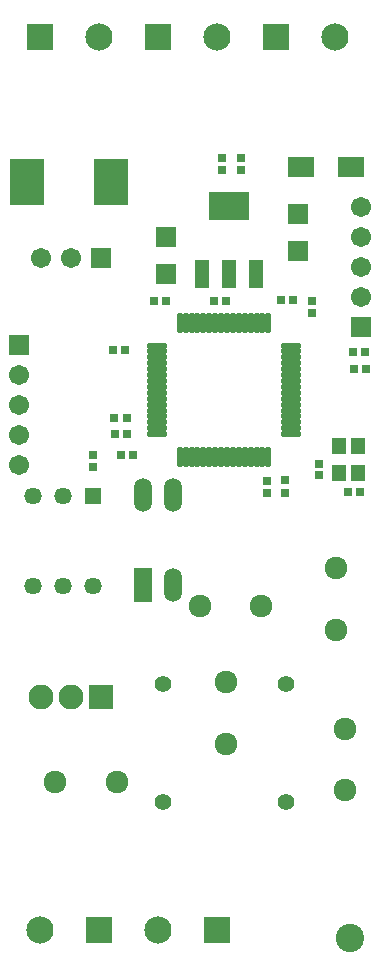
<source format=gts>
G04*
G04 #@! TF.GenerationSoftware,Altium Limited,Altium Designer,20.0.13 (296)*
G04*
G04 Layer_Color=8388736*
%FSLAX44Y44*%
%MOMM*%
G71*
G01*
G75*
%ADD26R,0.8032X0.7032*%
%ADD27R,1.8032X1.8032*%
%ADD28R,0.7032X0.8032*%
G04:AMPARAMS|DCode=29|XSize=1.6732mm|YSize=0.4832mm|CornerRadius=0.1366mm|HoleSize=0mm|Usage=FLASHONLY|Rotation=0.000|XOffset=0mm|YOffset=0mm|HoleType=Round|Shape=RoundedRectangle|*
%AMROUNDEDRECTD29*
21,1,1.6732,0.2100,0,0,0.0*
21,1,1.4000,0.4832,0,0,0.0*
1,1,0.2732,0.7000,-0.1050*
1,1,0.2732,-0.7000,-0.1050*
1,1,0.2732,-0.7000,0.1050*
1,1,0.2732,0.7000,0.1050*
%
%ADD29ROUNDEDRECTD29*%
G04:AMPARAMS|DCode=30|XSize=1.6732mm|YSize=0.4832mm|CornerRadius=0.1366mm|HoleSize=0mm|Usage=FLASHONLY|Rotation=270.000|XOffset=0mm|YOffset=0mm|HoleType=Round|Shape=RoundedRectangle|*
%AMROUNDEDRECTD30*
21,1,1.6732,0.2100,0,0,270.0*
21,1,1.4000,0.4832,0,0,270.0*
1,1,0.2732,-0.1050,-0.7000*
1,1,0.2732,-0.1050,0.7000*
1,1,0.2732,0.1050,0.7000*
1,1,0.2732,0.1050,-0.7000*
%
%ADD30ROUNDEDRECTD30*%
%ADD31R,2.3232X1.7032*%
%ADD32R,2.9972X4.0132*%
%ADD33R,1.1532X2.3532*%
%ADD34R,3.4532X2.3532*%
%ADD35R,1.2200X1.3700*%
%ADD36C,1.9200*%
%ADD37C,2.4032*%
%ADD38R,1.4632X1.4632*%
%ADD39C,1.4632*%
%ADD40O,1.5240X2.8448*%
%ADD41R,1.5240X2.8448*%
%ADD42R,1.7032X1.7032*%
%ADD43C,1.7032*%
%ADD44R,1.7112X1.7112*%
%ADD45C,1.7112*%
%ADD46C,2.1132*%
%ADD47R,2.1132X2.1132*%
%ADD48C,1.4032*%
%ADD49R,2.3032X2.3032*%
%ADD50C,2.3032*%
D26*
X229500Y436500D02*
D03*
Y426250D02*
D03*
X207000Y699750D02*
D03*
Y709750D02*
D03*
X191500D02*
D03*
Y699750D02*
D03*
X267750Y578250D02*
D03*
Y588500D02*
D03*
X244500Y436750D02*
D03*
Y426500D02*
D03*
X273000Y451000D02*
D03*
Y441000D02*
D03*
X82250Y458000D02*
D03*
Y448000D02*
D03*
D27*
X255750Y630750D02*
D03*
Y662750D02*
D03*
X144250Y611250D02*
D03*
Y643250D02*
D03*
D28*
X109500Y547250D02*
D03*
X99250D02*
D03*
X110500Y489750D02*
D03*
X100250D02*
D03*
X100500Y475750D02*
D03*
X110750D02*
D03*
X241000Y589250D02*
D03*
X251250D02*
D03*
X312750Y545250D02*
D03*
X302500D02*
D03*
X143750Y589000D02*
D03*
X133500D02*
D03*
X303000Y531500D02*
D03*
X313000D02*
D03*
X105500Y458500D02*
D03*
X115500D02*
D03*
X184250Y588750D02*
D03*
X194250D02*
D03*
X308000Y427000D02*
D03*
X298000D02*
D03*
D29*
X136300Y551000D02*
D03*
Y546000D02*
D03*
Y541000D02*
D03*
Y536000D02*
D03*
Y531000D02*
D03*
Y526000D02*
D03*
Y521000D02*
D03*
Y516000D02*
D03*
Y511000D02*
D03*
Y506000D02*
D03*
Y501000D02*
D03*
Y496000D02*
D03*
Y491000D02*
D03*
Y486000D02*
D03*
Y481000D02*
D03*
Y476000D02*
D03*
X249700D02*
D03*
Y481000D02*
D03*
Y486000D02*
D03*
Y491000D02*
D03*
Y496000D02*
D03*
Y501000D02*
D03*
Y506000D02*
D03*
Y511000D02*
D03*
Y516000D02*
D03*
Y521000D02*
D03*
Y526000D02*
D03*
Y531000D02*
D03*
Y536000D02*
D03*
Y541000D02*
D03*
Y546000D02*
D03*
Y551000D02*
D03*
D30*
X230500Y570200D02*
D03*
X225500D02*
D03*
X220500D02*
D03*
X215500D02*
D03*
X210500D02*
D03*
X205500D02*
D03*
X200500D02*
D03*
X195500D02*
D03*
X190500D02*
D03*
X185500D02*
D03*
X180500D02*
D03*
X175500D02*
D03*
X170500D02*
D03*
X165500D02*
D03*
X160500D02*
D03*
X155500D02*
D03*
Y456800D02*
D03*
X160500D02*
D03*
X165500D02*
D03*
X170500D02*
D03*
X175500D02*
D03*
X180500D02*
D03*
X185500D02*
D03*
X190500D02*
D03*
X195500D02*
D03*
X200500D02*
D03*
X205500D02*
D03*
X210500D02*
D03*
X215500D02*
D03*
X220500D02*
D03*
X225500D02*
D03*
X230500D02*
D03*
D31*
X300400Y702500D02*
D03*
X258100D02*
D03*
D32*
X26065Y689250D02*
D03*
X97435D02*
D03*
D33*
X174000Y611500D02*
D03*
X197000D02*
D03*
X220000D02*
D03*
D34*
X197000Y669500D02*
D03*
D35*
X306500Y443000D02*
D03*
Y466000D02*
D03*
X290250Y443250D02*
D03*
Y466250D02*
D03*
D36*
X172250Y330250D02*
D03*
X224250D02*
D03*
X102250Y181500D02*
D03*
X50250D02*
D03*
X287750Y362250D02*
D03*
Y310250D02*
D03*
X295500Y174500D02*
D03*
Y226500D02*
D03*
X194250Y266000D02*
D03*
Y214000D02*
D03*
D37*
X299500Y49750D02*
D03*
D38*
X82400Y423600D02*
D03*
D39*
X57000D02*
D03*
X31600D02*
D03*
Y347400D02*
D03*
X57000D02*
D03*
X82400D02*
D03*
D40*
X124550Y424600D02*
D03*
X149950D02*
D03*
Y348400D02*
D03*
D41*
X124550D02*
D03*
D42*
X19500Y551850D02*
D03*
X309250Y566300D02*
D03*
D43*
X19500Y526450D02*
D03*
Y501050D02*
D03*
Y475650D02*
D03*
Y450250D02*
D03*
X309250Y591700D02*
D03*
Y617100D02*
D03*
Y642500D02*
D03*
Y667900D02*
D03*
D44*
X88900Y625250D02*
D03*
D45*
X63500D02*
D03*
X38100D02*
D03*
D46*
X37850Y253250D02*
D03*
X63250D02*
D03*
D47*
X88650D02*
D03*
D48*
X141250Y264500D02*
D03*
Y164500D02*
D03*
X245250Y264500D02*
D03*
Y164500D02*
D03*
D49*
X137000Y812500D02*
D03*
X237000D02*
D03*
X87000Y56500D02*
D03*
X186750D02*
D03*
X37000Y812500D02*
D03*
D50*
X187000D02*
D03*
X287000D02*
D03*
X37000Y56500D02*
D03*
X136750D02*
D03*
X87000Y812500D02*
D03*
M02*

</source>
